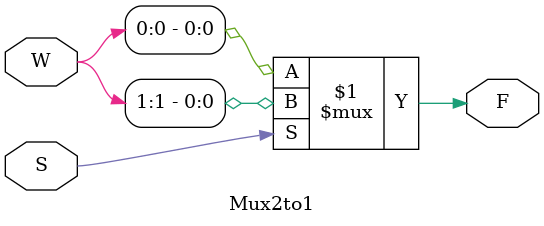
<source format=v>
module Mux2to1 (W, S, F);
	input wire [1:0] W;
	input wire S;
	output F;

	assign F = S ? W[1] : W[0];
endmodule
</source>
